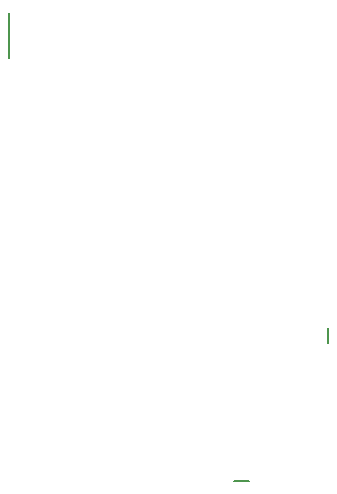
<source format=gbr>
G04 EAGLE Gerber RS-274X export*
G75*
%MOMM*%
%FSLAX34Y34*%
%LPD*%
%INSilkscreen Bottom*%
%IPPOS*%
%AMOC8*
5,1,8,0,0,1.08239X$1,22.5*%
G01*
%ADD10C,0.203200*%


D10*
X406400Y501650D02*
X406400Y539750D01*
X676450Y273050D02*
X676450Y260350D01*
X609600Y143510D02*
X596900Y143510D01*
M02*

</source>
